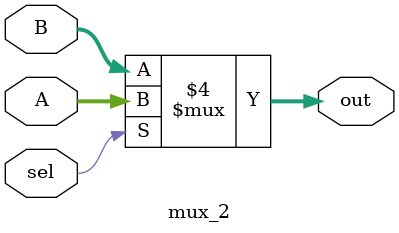
<source format=v>
`timescale 1ns / 1ps


module mux_2(
    input [31:0] A, //output value if sel=0
    input [31:0] B, //output value if sel=1
    input sel,
    output reg [31:0] out
    );
    
    always @(*)
    begin
        if (sel == 1'b1)
            out <= A;
        else
            out <= B;    
    end
endmodule
</source>
